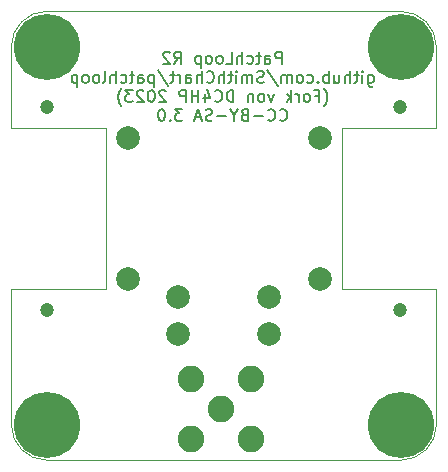
<source format=gbs>
G04 #@! TF.GenerationSoftware,KiCad,Pcbnew,6.0.11*
G04 #@! TF.CreationDate,2023-02-26T14:58:43+01:00*
G04 #@! TF.ProjectId,patchloop2,70617463-686c-46f6-9f70-322e6b696361,1*
G04 #@! TF.SameCoordinates,PX5f5e100PY5d81fd0*
G04 #@! TF.FileFunction,Soldermask,Bot*
G04 #@! TF.FilePolarity,Negative*
%FSLAX46Y46*%
G04 Gerber Fmt 4.6, Leading zero omitted, Abs format (unit mm)*
G04 Created by KiCad (PCBNEW 6.0.11) date 2023-02-26 14:58:43*
%MOMM*%
%LPD*%
G01*
G04 APERTURE LIST*
G04 #@! TA.AperFunction,Profile*
%ADD10C,0.100000*%
G04 #@! TD*
%ADD11C,0.150000*%
%ADD12C,2.000000*%
%ADD13C,1.200000*%
%ADD14C,2.250000*%
%ADD15C,5.600000*%
G04 APERTURE END LIST*
D10*
X0Y3050000D02*
G75*
G03*
X3000000Y50000I3000000J0D01*
G01*
X33000000Y50000D02*
G75*
G03*
X36000000Y3050000I0J3000000D01*
G01*
X36000000Y35050000D02*
G75*
G03*
X33000000Y38050000I-3000000J0D01*
G01*
X36000000Y28150000D02*
X28000000Y28150000D01*
X36000000Y14550000D02*
X36000000Y3050000D01*
X28000000Y28150000D02*
X28000000Y14550000D01*
X3000000Y38050000D02*
X33000000Y38050000D01*
X3000000Y38050000D02*
G75*
G03*
X0Y35050000I0J-3000000D01*
G01*
X0Y28150000D02*
X8000000Y28150000D01*
X0Y14550000D02*
X0Y3050000D01*
X36000000Y35050000D02*
X36000000Y28150000D01*
X8000000Y14550000D02*
X0Y14550000D01*
X8000000Y28150000D02*
X8000000Y14550000D01*
X28000000Y14550000D02*
X36000000Y14550000D01*
X3000000Y50000D02*
X33000000Y50000D01*
X0Y35050000D02*
X0Y28150000D01*
D11*
X22900000Y33612620D02*
X22900000Y34612620D01*
X22519047Y34612620D01*
X22423809Y34565000D01*
X22376190Y34517381D01*
X22328571Y34422143D01*
X22328571Y34279286D01*
X22376190Y34184048D01*
X22423809Y34136429D01*
X22519047Y34088810D01*
X22900000Y34088810D01*
X21471428Y33612620D02*
X21471428Y34136429D01*
X21519047Y34231667D01*
X21614285Y34279286D01*
X21804761Y34279286D01*
X21900000Y34231667D01*
X21471428Y33660239D02*
X21566666Y33612620D01*
X21804761Y33612620D01*
X21900000Y33660239D01*
X21947619Y33755477D01*
X21947619Y33850715D01*
X21900000Y33945953D01*
X21804761Y33993572D01*
X21566666Y33993572D01*
X21471428Y34041191D01*
X21138095Y34279286D02*
X20757142Y34279286D01*
X20995238Y34612620D02*
X20995238Y33755477D01*
X20947619Y33660239D01*
X20852380Y33612620D01*
X20757142Y33612620D01*
X19995238Y33660239D02*
X20090476Y33612620D01*
X20280952Y33612620D01*
X20376190Y33660239D01*
X20423809Y33707858D01*
X20471428Y33803096D01*
X20471428Y34088810D01*
X20423809Y34184048D01*
X20376190Y34231667D01*
X20280952Y34279286D01*
X20090476Y34279286D01*
X19995238Y34231667D01*
X19566666Y33612620D02*
X19566666Y34612620D01*
X19138095Y33612620D02*
X19138095Y34136429D01*
X19185714Y34231667D01*
X19280952Y34279286D01*
X19423809Y34279286D01*
X19519047Y34231667D01*
X19566666Y34184048D01*
X18185714Y33612620D02*
X18661904Y33612620D01*
X18661904Y34612620D01*
X17709523Y33612620D02*
X17804761Y33660239D01*
X17852380Y33707858D01*
X17900000Y33803096D01*
X17900000Y34088810D01*
X17852380Y34184048D01*
X17804761Y34231667D01*
X17709523Y34279286D01*
X17566666Y34279286D01*
X17471428Y34231667D01*
X17423809Y34184048D01*
X17376190Y34088810D01*
X17376190Y33803096D01*
X17423809Y33707858D01*
X17471428Y33660239D01*
X17566666Y33612620D01*
X17709523Y33612620D01*
X16804761Y33612620D02*
X16900000Y33660239D01*
X16947619Y33707858D01*
X16995238Y33803096D01*
X16995238Y34088810D01*
X16947619Y34184048D01*
X16900000Y34231667D01*
X16804761Y34279286D01*
X16661904Y34279286D01*
X16566666Y34231667D01*
X16519047Y34184048D01*
X16471428Y34088810D01*
X16471428Y33803096D01*
X16519047Y33707858D01*
X16566666Y33660239D01*
X16661904Y33612620D01*
X16804761Y33612620D01*
X16042857Y34279286D02*
X16042857Y33279286D01*
X16042857Y34231667D02*
X15947619Y34279286D01*
X15757142Y34279286D01*
X15661904Y34231667D01*
X15614285Y34184048D01*
X15566666Y34088810D01*
X15566666Y33803096D01*
X15614285Y33707858D01*
X15661904Y33660239D01*
X15757142Y33612620D01*
X15947619Y33612620D01*
X16042857Y33660239D01*
X13804761Y33612620D02*
X14138095Y34088810D01*
X14376190Y33612620D02*
X14376190Y34612620D01*
X13995238Y34612620D01*
X13900000Y34565000D01*
X13852380Y34517381D01*
X13804761Y34422143D01*
X13804761Y34279286D01*
X13852380Y34184048D01*
X13900000Y34136429D01*
X13995238Y34088810D01*
X14376190Y34088810D01*
X13423809Y34517381D02*
X13376190Y34565000D01*
X13280952Y34612620D01*
X13042857Y34612620D01*
X12947619Y34565000D01*
X12900000Y34517381D01*
X12852380Y34422143D01*
X12852380Y34326905D01*
X12900000Y34184048D01*
X13471428Y33612620D01*
X12852380Y33612620D01*
X30209523Y32669286D02*
X30209523Y31859762D01*
X30257142Y31764524D01*
X30304761Y31716905D01*
X30400000Y31669286D01*
X30542857Y31669286D01*
X30638095Y31716905D01*
X30209523Y32050239D02*
X30304761Y32002620D01*
X30495238Y32002620D01*
X30590476Y32050239D01*
X30638095Y32097858D01*
X30685714Y32193096D01*
X30685714Y32478810D01*
X30638095Y32574048D01*
X30590476Y32621667D01*
X30495238Y32669286D01*
X30304761Y32669286D01*
X30209523Y32621667D01*
X29733333Y32002620D02*
X29733333Y32669286D01*
X29733333Y33002620D02*
X29780952Y32955000D01*
X29733333Y32907381D01*
X29685714Y32955000D01*
X29733333Y33002620D01*
X29733333Y32907381D01*
X29400000Y32669286D02*
X29019047Y32669286D01*
X29257142Y33002620D02*
X29257142Y32145477D01*
X29209523Y32050239D01*
X29114285Y32002620D01*
X29019047Y32002620D01*
X28685714Y32002620D02*
X28685714Y33002620D01*
X28257142Y32002620D02*
X28257142Y32526429D01*
X28304761Y32621667D01*
X28400000Y32669286D01*
X28542857Y32669286D01*
X28638095Y32621667D01*
X28685714Y32574048D01*
X27352380Y32669286D02*
X27352380Y32002620D01*
X27780952Y32669286D02*
X27780952Y32145477D01*
X27733333Y32050239D01*
X27638095Y32002620D01*
X27495238Y32002620D01*
X27400000Y32050239D01*
X27352380Y32097858D01*
X26876190Y32002620D02*
X26876190Y33002620D01*
X26876190Y32621667D02*
X26780952Y32669286D01*
X26590476Y32669286D01*
X26495238Y32621667D01*
X26447619Y32574048D01*
X26400000Y32478810D01*
X26400000Y32193096D01*
X26447619Y32097858D01*
X26495238Y32050239D01*
X26590476Y32002620D01*
X26780952Y32002620D01*
X26876190Y32050239D01*
X25971428Y32097858D02*
X25923809Y32050239D01*
X25971428Y32002620D01*
X26019047Y32050239D01*
X25971428Y32097858D01*
X25971428Y32002620D01*
X25066666Y32050239D02*
X25161904Y32002620D01*
X25352380Y32002620D01*
X25447619Y32050239D01*
X25495238Y32097858D01*
X25542857Y32193096D01*
X25542857Y32478810D01*
X25495238Y32574048D01*
X25447619Y32621667D01*
X25352380Y32669286D01*
X25161904Y32669286D01*
X25066666Y32621667D01*
X24495238Y32002620D02*
X24590476Y32050239D01*
X24638095Y32097858D01*
X24685714Y32193096D01*
X24685714Y32478810D01*
X24638095Y32574048D01*
X24590476Y32621667D01*
X24495238Y32669286D01*
X24352380Y32669286D01*
X24257142Y32621667D01*
X24209523Y32574048D01*
X24161904Y32478810D01*
X24161904Y32193096D01*
X24209523Y32097858D01*
X24257142Y32050239D01*
X24352380Y32002620D01*
X24495238Y32002620D01*
X23733333Y32002620D02*
X23733333Y32669286D01*
X23733333Y32574048D02*
X23685714Y32621667D01*
X23590476Y32669286D01*
X23447619Y32669286D01*
X23352380Y32621667D01*
X23304761Y32526429D01*
X23304761Y32002620D01*
X23304761Y32526429D02*
X23257142Y32621667D01*
X23161904Y32669286D01*
X23019047Y32669286D01*
X22923809Y32621667D01*
X22876190Y32526429D01*
X22876190Y32002620D01*
X21685714Y33050239D02*
X22542857Y31764524D01*
X21400000Y32050239D02*
X21257142Y32002620D01*
X21019047Y32002620D01*
X20923809Y32050239D01*
X20876190Y32097858D01*
X20828571Y32193096D01*
X20828571Y32288334D01*
X20876190Y32383572D01*
X20923809Y32431191D01*
X21019047Y32478810D01*
X21209523Y32526429D01*
X21304761Y32574048D01*
X21352380Y32621667D01*
X21400000Y32716905D01*
X21400000Y32812143D01*
X21352380Y32907381D01*
X21304761Y32955000D01*
X21209523Y33002620D01*
X20971428Y33002620D01*
X20828571Y32955000D01*
X20400000Y32002620D02*
X20400000Y32669286D01*
X20400000Y32574048D02*
X20352380Y32621667D01*
X20257142Y32669286D01*
X20114285Y32669286D01*
X20019047Y32621667D01*
X19971428Y32526429D01*
X19971428Y32002620D01*
X19971428Y32526429D02*
X19923809Y32621667D01*
X19828571Y32669286D01*
X19685714Y32669286D01*
X19590476Y32621667D01*
X19542857Y32526429D01*
X19542857Y32002620D01*
X19066666Y32002620D02*
X19066666Y32669286D01*
X19066666Y33002620D02*
X19114285Y32955000D01*
X19066666Y32907381D01*
X19019047Y32955000D01*
X19066666Y33002620D01*
X19066666Y32907381D01*
X18733333Y32669286D02*
X18352380Y32669286D01*
X18590476Y33002620D02*
X18590476Y32145477D01*
X18542857Y32050239D01*
X18447619Y32002620D01*
X18352380Y32002620D01*
X18019047Y32002620D02*
X18019047Y33002620D01*
X17590476Y32002620D02*
X17590476Y32526429D01*
X17638095Y32621667D01*
X17733333Y32669286D01*
X17876190Y32669286D01*
X17971428Y32621667D01*
X18019047Y32574048D01*
X16542857Y32097858D02*
X16590476Y32050239D01*
X16733333Y32002620D01*
X16828571Y32002620D01*
X16971428Y32050239D01*
X17066666Y32145477D01*
X17114285Y32240715D01*
X17161904Y32431191D01*
X17161904Y32574048D01*
X17114285Y32764524D01*
X17066666Y32859762D01*
X16971428Y32955000D01*
X16828571Y33002620D01*
X16733333Y33002620D01*
X16590476Y32955000D01*
X16542857Y32907381D01*
X16114285Y32002620D02*
X16114285Y33002620D01*
X15685714Y32002620D02*
X15685714Y32526429D01*
X15733333Y32621667D01*
X15828571Y32669286D01*
X15971428Y32669286D01*
X16066666Y32621667D01*
X16114285Y32574048D01*
X14780952Y32002620D02*
X14780952Y32526429D01*
X14828571Y32621667D01*
X14923809Y32669286D01*
X15114285Y32669286D01*
X15209523Y32621667D01*
X14780952Y32050239D02*
X14876190Y32002620D01*
X15114285Y32002620D01*
X15209523Y32050239D01*
X15257142Y32145477D01*
X15257142Y32240715D01*
X15209523Y32335953D01*
X15114285Y32383572D01*
X14876190Y32383572D01*
X14780952Y32431191D01*
X14304761Y32002620D02*
X14304761Y32669286D01*
X14304761Y32478810D02*
X14257142Y32574048D01*
X14209523Y32621667D01*
X14114285Y32669286D01*
X14019047Y32669286D01*
X13828571Y32669286D02*
X13447619Y32669286D01*
X13685714Y33002620D02*
X13685714Y32145477D01*
X13638095Y32050239D01*
X13542857Y32002620D01*
X13447619Y32002620D01*
X12400000Y33050239D02*
X13257142Y31764524D01*
X12066666Y32669286D02*
X12066666Y31669286D01*
X12066666Y32621667D02*
X11971428Y32669286D01*
X11780952Y32669286D01*
X11685714Y32621667D01*
X11638095Y32574048D01*
X11590476Y32478810D01*
X11590476Y32193096D01*
X11638095Y32097858D01*
X11685714Y32050239D01*
X11780952Y32002620D01*
X11971428Y32002620D01*
X12066666Y32050239D01*
X10733333Y32002620D02*
X10733333Y32526429D01*
X10780952Y32621667D01*
X10876190Y32669286D01*
X11066666Y32669286D01*
X11161904Y32621667D01*
X10733333Y32050239D02*
X10828571Y32002620D01*
X11066666Y32002620D01*
X11161904Y32050239D01*
X11209523Y32145477D01*
X11209523Y32240715D01*
X11161904Y32335953D01*
X11066666Y32383572D01*
X10828571Y32383572D01*
X10733333Y32431191D01*
X10400000Y32669286D02*
X10019047Y32669286D01*
X10257142Y33002620D02*
X10257142Y32145477D01*
X10209523Y32050239D01*
X10114285Y32002620D01*
X10019047Y32002620D01*
X9257142Y32050239D02*
X9352380Y32002620D01*
X9542857Y32002620D01*
X9638095Y32050239D01*
X9685714Y32097858D01*
X9733333Y32193096D01*
X9733333Y32478810D01*
X9685714Y32574048D01*
X9638095Y32621667D01*
X9542857Y32669286D01*
X9352380Y32669286D01*
X9257142Y32621667D01*
X8828571Y32002620D02*
X8828571Y33002620D01*
X8400000Y32002620D02*
X8400000Y32526429D01*
X8447619Y32621667D01*
X8542857Y32669286D01*
X8685714Y32669286D01*
X8780952Y32621667D01*
X8828571Y32574048D01*
X7780952Y32002620D02*
X7876190Y32050239D01*
X7923809Y32145477D01*
X7923809Y33002620D01*
X7257142Y32002620D02*
X7352380Y32050239D01*
X7400000Y32097858D01*
X7447619Y32193096D01*
X7447619Y32478810D01*
X7400000Y32574048D01*
X7352380Y32621667D01*
X7257142Y32669286D01*
X7114285Y32669286D01*
X7019047Y32621667D01*
X6971428Y32574048D01*
X6923809Y32478810D01*
X6923809Y32193096D01*
X6971428Y32097858D01*
X7019047Y32050239D01*
X7114285Y32002620D01*
X7257142Y32002620D01*
X6352380Y32002620D02*
X6447619Y32050239D01*
X6495238Y32097858D01*
X6542857Y32193096D01*
X6542857Y32478810D01*
X6495238Y32574048D01*
X6447619Y32621667D01*
X6352380Y32669286D01*
X6209523Y32669286D01*
X6114285Y32621667D01*
X6066666Y32574048D01*
X6019047Y32478810D01*
X6019047Y32193096D01*
X6066666Y32097858D01*
X6114285Y32050239D01*
X6209523Y32002620D01*
X6352380Y32002620D01*
X5590476Y32669286D02*
X5590476Y31669286D01*
X5590476Y32621667D02*
X5495238Y32669286D01*
X5304761Y32669286D01*
X5209523Y32621667D01*
X5161904Y32574048D01*
X5114285Y32478810D01*
X5114285Y32193096D01*
X5161904Y32097858D01*
X5209523Y32050239D01*
X5304761Y32002620D01*
X5495238Y32002620D01*
X5590476Y32050239D01*
X26471428Y30011667D02*
X26519047Y30059286D01*
X26614285Y30202143D01*
X26661904Y30297381D01*
X26709523Y30440239D01*
X26757142Y30678334D01*
X26757142Y30868810D01*
X26709523Y31106905D01*
X26661904Y31249762D01*
X26614285Y31345000D01*
X26519047Y31487858D01*
X26471428Y31535477D01*
X25757142Y30916429D02*
X26090476Y30916429D01*
X26090476Y30392620D02*
X26090476Y31392620D01*
X25614285Y31392620D01*
X25090476Y30392620D02*
X25185714Y30440239D01*
X25233333Y30487858D01*
X25280952Y30583096D01*
X25280952Y30868810D01*
X25233333Y30964048D01*
X25185714Y31011667D01*
X25090476Y31059286D01*
X24947619Y31059286D01*
X24852380Y31011667D01*
X24804761Y30964048D01*
X24757142Y30868810D01*
X24757142Y30583096D01*
X24804761Y30487858D01*
X24852380Y30440239D01*
X24947619Y30392620D01*
X25090476Y30392620D01*
X24328571Y30392620D02*
X24328571Y31059286D01*
X24328571Y30868810D02*
X24280952Y30964048D01*
X24233333Y31011667D01*
X24138095Y31059286D01*
X24042857Y31059286D01*
X23709523Y30392620D02*
X23709523Y31392620D01*
X23614285Y30773572D02*
X23328571Y30392620D01*
X23328571Y31059286D02*
X23709523Y30678334D01*
X22233333Y31059286D02*
X21995238Y30392620D01*
X21757142Y31059286D01*
X21233333Y30392620D02*
X21328571Y30440239D01*
X21376190Y30487858D01*
X21423809Y30583096D01*
X21423809Y30868810D01*
X21376190Y30964048D01*
X21328571Y31011667D01*
X21233333Y31059286D01*
X21090476Y31059286D01*
X20995238Y31011667D01*
X20947619Y30964048D01*
X20900000Y30868810D01*
X20900000Y30583096D01*
X20947619Y30487858D01*
X20995238Y30440239D01*
X21090476Y30392620D01*
X21233333Y30392620D01*
X20471428Y31059286D02*
X20471428Y30392620D01*
X20471428Y30964048D02*
X20423809Y31011667D01*
X20328571Y31059286D01*
X20185714Y31059286D01*
X20090476Y31011667D01*
X20042857Y30916429D01*
X20042857Y30392620D01*
X18804761Y30392620D02*
X18804761Y31392620D01*
X18566666Y31392620D01*
X18423809Y31345000D01*
X18328571Y31249762D01*
X18280952Y31154524D01*
X18233333Y30964048D01*
X18233333Y30821191D01*
X18280952Y30630715D01*
X18328571Y30535477D01*
X18423809Y30440239D01*
X18566666Y30392620D01*
X18804761Y30392620D01*
X17233333Y30487858D02*
X17280952Y30440239D01*
X17423809Y30392620D01*
X17519047Y30392620D01*
X17661904Y30440239D01*
X17757142Y30535477D01*
X17804761Y30630715D01*
X17852380Y30821191D01*
X17852380Y30964048D01*
X17804761Y31154524D01*
X17757142Y31249762D01*
X17661904Y31345000D01*
X17519047Y31392620D01*
X17423809Y31392620D01*
X17280952Y31345000D01*
X17233333Y31297381D01*
X16376190Y31059286D02*
X16376190Y30392620D01*
X16614285Y31440239D02*
X16852380Y30725953D01*
X16233333Y30725953D01*
X15852380Y30392620D02*
X15852380Y31392620D01*
X15852380Y30916429D02*
X15280952Y30916429D01*
X15280952Y30392620D02*
X15280952Y31392620D01*
X14804761Y30392620D02*
X14804761Y31392620D01*
X14423809Y31392620D01*
X14328571Y31345000D01*
X14280952Y31297381D01*
X14233333Y31202143D01*
X14233333Y31059286D01*
X14280952Y30964048D01*
X14328571Y30916429D01*
X14423809Y30868810D01*
X14804761Y30868810D01*
X13090476Y31297381D02*
X13042857Y31345000D01*
X12947619Y31392620D01*
X12709523Y31392620D01*
X12614285Y31345000D01*
X12566666Y31297381D01*
X12519047Y31202143D01*
X12519047Y31106905D01*
X12566666Y30964048D01*
X13138095Y30392620D01*
X12519047Y30392620D01*
X11900000Y31392620D02*
X11804761Y31392620D01*
X11709523Y31345000D01*
X11661904Y31297381D01*
X11614285Y31202143D01*
X11566666Y31011667D01*
X11566666Y30773572D01*
X11614285Y30583096D01*
X11661904Y30487858D01*
X11709523Y30440239D01*
X11804761Y30392620D01*
X11900000Y30392620D01*
X11995238Y30440239D01*
X12042857Y30487858D01*
X12090476Y30583096D01*
X12138095Y30773572D01*
X12138095Y31011667D01*
X12090476Y31202143D01*
X12042857Y31297381D01*
X11995238Y31345000D01*
X11900000Y31392620D01*
X11185714Y31297381D02*
X11138095Y31345000D01*
X11042857Y31392620D01*
X10804761Y31392620D01*
X10709523Y31345000D01*
X10661904Y31297381D01*
X10614285Y31202143D01*
X10614285Y31106905D01*
X10661904Y30964048D01*
X11233333Y30392620D01*
X10614285Y30392620D01*
X10280952Y31392620D02*
X9661904Y31392620D01*
X9995238Y31011667D01*
X9852380Y31011667D01*
X9757142Y30964048D01*
X9709523Y30916429D01*
X9661904Y30821191D01*
X9661904Y30583096D01*
X9709523Y30487858D01*
X9757142Y30440239D01*
X9852380Y30392620D01*
X10138095Y30392620D01*
X10233333Y30440239D01*
X10280952Y30487858D01*
X9328571Y30011667D02*
X9280952Y30059286D01*
X9185714Y30202143D01*
X9138095Y30297381D01*
X9090476Y30440239D01*
X9042857Y30678334D01*
X9042857Y30868810D01*
X9090476Y31106905D01*
X9138095Y31249762D01*
X9185714Y31345000D01*
X9280952Y31487858D01*
X9328571Y31535477D01*
X22733333Y28877858D02*
X22780952Y28830239D01*
X22923809Y28782620D01*
X23019047Y28782620D01*
X23161904Y28830239D01*
X23257142Y28925477D01*
X23304761Y29020715D01*
X23352380Y29211191D01*
X23352380Y29354048D01*
X23304761Y29544524D01*
X23257142Y29639762D01*
X23161904Y29735000D01*
X23019047Y29782620D01*
X22923809Y29782620D01*
X22780952Y29735000D01*
X22733333Y29687381D01*
X21733333Y28877858D02*
X21780952Y28830239D01*
X21923809Y28782620D01*
X22019047Y28782620D01*
X22161904Y28830239D01*
X22257142Y28925477D01*
X22304761Y29020715D01*
X22352380Y29211191D01*
X22352380Y29354048D01*
X22304761Y29544524D01*
X22257142Y29639762D01*
X22161904Y29735000D01*
X22019047Y29782620D01*
X21923809Y29782620D01*
X21780952Y29735000D01*
X21733333Y29687381D01*
X21304761Y29163572D02*
X20542857Y29163572D01*
X19733333Y29306429D02*
X19590476Y29258810D01*
X19542857Y29211191D01*
X19495238Y29115953D01*
X19495238Y28973096D01*
X19542857Y28877858D01*
X19590476Y28830239D01*
X19685714Y28782620D01*
X20066666Y28782620D01*
X20066666Y29782620D01*
X19733333Y29782620D01*
X19638095Y29735000D01*
X19590476Y29687381D01*
X19542857Y29592143D01*
X19542857Y29496905D01*
X19590476Y29401667D01*
X19638095Y29354048D01*
X19733333Y29306429D01*
X20066666Y29306429D01*
X18876190Y29258810D02*
X18876190Y28782620D01*
X19209523Y29782620D02*
X18876190Y29258810D01*
X18542857Y29782620D01*
X18209523Y29163572D02*
X17447619Y29163572D01*
X17019047Y28830239D02*
X16876190Y28782620D01*
X16638095Y28782620D01*
X16542857Y28830239D01*
X16495238Y28877858D01*
X16447619Y28973096D01*
X16447619Y29068334D01*
X16495238Y29163572D01*
X16542857Y29211191D01*
X16638095Y29258810D01*
X16828571Y29306429D01*
X16923809Y29354048D01*
X16971428Y29401667D01*
X17019047Y29496905D01*
X17019047Y29592143D01*
X16971428Y29687381D01*
X16923809Y29735000D01*
X16828571Y29782620D01*
X16590476Y29782620D01*
X16447619Y29735000D01*
X16066666Y29068334D02*
X15590476Y29068334D01*
X16161904Y28782620D02*
X15828571Y29782620D01*
X15495238Y28782620D01*
X14495238Y29782620D02*
X13876190Y29782620D01*
X14209523Y29401667D01*
X14066666Y29401667D01*
X13971428Y29354048D01*
X13923809Y29306429D01*
X13876190Y29211191D01*
X13876190Y28973096D01*
X13923809Y28877858D01*
X13971428Y28830239D01*
X14066666Y28782620D01*
X14352380Y28782620D01*
X14447619Y28830239D01*
X14495238Y28877858D01*
X13447619Y28877858D02*
X13400000Y28830239D01*
X13447619Y28782620D01*
X13495238Y28830239D01*
X13447619Y28877858D01*
X13447619Y28782620D01*
X12780952Y29782620D02*
X12685714Y29782620D01*
X12590476Y29735000D01*
X12542857Y29687381D01*
X12495238Y29592143D01*
X12447619Y29401667D01*
X12447619Y29163572D01*
X12495238Y28973096D01*
X12542857Y28877858D01*
X12590476Y28830239D01*
X12685714Y28782620D01*
X12780952Y28782620D01*
X12876190Y28830239D01*
X12923809Y28877858D01*
X12971428Y28973096D01*
X13019047Y29163572D01*
X13019047Y29401667D01*
X12971428Y29592143D01*
X12923809Y29687381D01*
X12876190Y29735000D01*
X12780952Y29782620D01*
D10*
X0Y3050000D02*
G75*
G03*
X3000000Y50000I3000000J0D01*
G01*
X33000000Y50000D02*
G75*
G03*
X36000000Y3050000I0J3000000D01*
G01*
X36000000Y35050000D02*
G75*
G03*
X33000000Y38050000I-3000000J0D01*
G01*
X36000000Y28150000D02*
X28000000Y28150000D01*
X36000000Y14550000D02*
X36000000Y3050000D01*
X28000000Y28150000D02*
X28000000Y14550000D01*
X3000000Y38050000D02*
X33000000Y38050000D01*
X3000000Y38050000D02*
G75*
G03*
X0Y35050000I0J-3000000D01*
G01*
X0Y28150000D02*
X8000000Y28150000D01*
X0Y14550000D02*
X0Y3050000D01*
X36000000Y35050000D02*
X36000000Y28150000D01*
X8000000Y14550000D02*
X0Y14550000D01*
X8000000Y28150000D02*
X8000000Y14550000D01*
X28000000Y14550000D02*
X36000000Y14550000D01*
X3000000Y50000D02*
X33000000Y50000D01*
X0Y35050000D02*
X0Y28150000D01*
D11*
X22900000Y33612620D02*
X22900000Y34612620D01*
X22519047Y34612620D01*
X22423809Y34565000D01*
X22376190Y34517381D01*
X22328571Y34422143D01*
X22328571Y34279286D01*
X22376190Y34184048D01*
X22423809Y34136429D01*
X22519047Y34088810D01*
X22900000Y34088810D01*
X21471428Y33612620D02*
X21471428Y34136429D01*
X21519047Y34231667D01*
X21614285Y34279286D01*
X21804761Y34279286D01*
X21900000Y34231667D01*
X21471428Y33660239D02*
X21566666Y33612620D01*
X21804761Y33612620D01*
X21900000Y33660239D01*
X21947619Y33755477D01*
X21947619Y33850715D01*
X21900000Y33945953D01*
X21804761Y33993572D01*
X21566666Y33993572D01*
X21471428Y34041191D01*
X21138095Y34279286D02*
X20757142Y34279286D01*
X20995238Y34612620D02*
X20995238Y33755477D01*
X20947619Y33660239D01*
X20852380Y33612620D01*
X20757142Y33612620D01*
X19995238Y33660239D02*
X20090476Y33612620D01*
X20280952Y33612620D01*
X20376190Y33660239D01*
X20423809Y33707858D01*
X20471428Y33803096D01*
X20471428Y34088810D01*
X20423809Y34184048D01*
X20376190Y34231667D01*
X20280952Y34279286D01*
X20090476Y34279286D01*
X19995238Y34231667D01*
X19566666Y33612620D02*
X19566666Y34612620D01*
X19138095Y33612620D02*
X19138095Y34136429D01*
X19185714Y34231667D01*
X19280952Y34279286D01*
X19423809Y34279286D01*
X19519047Y34231667D01*
X19566666Y34184048D01*
X18185714Y33612620D02*
X18661904Y33612620D01*
X18661904Y34612620D01*
X17709523Y33612620D02*
X17804761Y33660239D01*
X17852380Y33707858D01*
X17900000Y33803096D01*
X17900000Y34088810D01*
X17852380Y34184048D01*
X17804761Y34231667D01*
X17709523Y34279286D01*
X17566666Y34279286D01*
X17471428Y34231667D01*
X17423809Y34184048D01*
X17376190Y34088810D01*
X17376190Y33803096D01*
X17423809Y33707858D01*
X17471428Y33660239D01*
X17566666Y33612620D01*
X17709523Y33612620D01*
X16804761Y33612620D02*
X16900000Y33660239D01*
X16947619Y33707858D01*
X16995238Y33803096D01*
X16995238Y34088810D01*
X16947619Y34184048D01*
X16900000Y34231667D01*
X16804761Y34279286D01*
X16661904Y34279286D01*
X16566666Y34231667D01*
X16519047Y34184048D01*
X16471428Y34088810D01*
X16471428Y33803096D01*
X16519047Y33707858D01*
X16566666Y33660239D01*
X16661904Y33612620D01*
X16804761Y33612620D01*
X16042857Y34279286D02*
X16042857Y33279286D01*
X16042857Y34231667D02*
X15947619Y34279286D01*
X15757142Y34279286D01*
X15661904Y34231667D01*
X15614285Y34184048D01*
X15566666Y34088810D01*
X15566666Y33803096D01*
X15614285Y33707858D01*
X15661904Y33660239D01*
X15757142Y33612620D01*
X15947619Y33612620D01*
X16042857Y33660239D01*
X13804761Y33612620D02*
X14138095Y34088810D01*
X14376190Y33612620D02*
X14376190Y34612620D01*
X13995238Y34612620D01*
X13900000Y34565000D01*
X13852380Y34517381D01*
X13804761Y34422143D01*
X13804761Y34279286D01*
X13852380Y34184048D01*
X13900000Y34136429D01*
X13995238Y34088810D01*
X14376190Y34088810D01*
X13423809Y34517381D02*
X13376190Y34565000D01*
X13280952Y34612620D01*
X13042857Y34612620D01*
X12947619Y34565000D01*
X12900000Y34517381D01*
X12852380Y34422143D01*
X12852380Y34326905D01*
X12900000Y34184048D01*
X13471428Y33612620D01*
X12852380Y33612620D01*
X30209523Y32669286D02*
X30209523Y31859762D01*
X30257142Y31764524D01*
X30304761Y31716905D01*
X30400000Y31669286D01*
X30542857Y31669286D01*
X30638095Y31716905D01*
X30209523Y32050239D02*
X30304761Y32002620D01*
X30495238Y32002620D01*
X30590476Y32050239D01*
X30638095Y32097858D01*
X30685714Y32193096D01*
X30685714Y32478810D01*
X30638095Y32574048D01*
X30590476Y32621667D01*
X30495238Y32669286D01*
X30304761Y32669286D01*
X30209523Y32621667D01*
X29733333Y32002620D02*
X29733333Y32669286D01*
X29733333Y33002620D02*
X29780952Y32955000D01*
X29733333Y32907381D01*
X29685714Y32955000D01*
X29733333Y33002620D01*
X29733333Y32907381D01*
X29400000Y32669286D02*
X29019047Y32669286D01*
X29257142Y33002620D02*
X29257142Y32145477D01*
X29209523Y32050239D01*
X29114285Y32002620D01*
X29019047Y32002620D01*
X28685714Y32002620D02*
X28685714Y33002620D01*
X28257142Y32002620D02*
X28257142Y32526429D01*
X28304761Y32621667D01*
X28400000Y32669286D01*
X28542857Y32669286D01*
X28638095Y32621667D01*
X28685714Y32574048D01*
X27352380Y32669286D02*
X27352380Y32002620D01*
X27780952Y32669286D02*
X27780952Y32145477D01*
X27733333Y32050239D01*
X27638095Y32002620D01*
X27495238Y32002620D01*
X27400000Y32050239D01*
X27352380Y32097858D01*
X26876190Y32002620D02*
X26876190Y33002620D01*
X26876190Y32621667D02*
X26780952Y32669286D01*
X26590476Y32669286D01*
X26495238Y32621667D01*
X26447619Y32574048D01*
X26400000Y32478810D01*
X26400000Y32193096D01*
X26447619Y32097858D01*
X26495238Y32050239D01*
X26590476Y32002620D01*
X26780952Y32002620D01*
X26876190Y32050239D01*
X25971428Y32097858D02*
X25923809Y32050239D01*
X25971428Y32002620D01*
X26019047Y32050239D01*
X25971428Y32097858D01*
X25971428Y32002620D01*
X25066666Y32050239D02*
X25161904Y32002620D01*
X25352380Y32002620D01*
X25447619Y32050239D01*
X25495238Y32097858D01*
X25542857Y32193096D01*
X25542857Y32478810D01*
X25495238Y32574048D01*
X25447619Y32621667D01*
X25352380Y32669286D01*
X25161904Y32669286D01*
X25066666Y32621667D01*
X24495238Y32002620D02*
X24590476Y32050239D01*
X24638095Y32097858D01*
X24685714Y32193096D01*
X24685714Y32478810D01*
X24638095Y32574048D01*
X24590476Y32621667D01*
X24495238Y32669286D01*
X24352380Y32669286D01*
X24257142Y32621667D01*
X24209523Y32574048D01*
X24161904Y32478810D01*
X24161904Y32193096D01*
X24209523Y32097858D01*
X24257142Y32050239D01*
X24352380Y32002620D01*
X24495238Y32002620D01*
X23733333Y32002620D02*
X23733333Y32669286D01*
X23733333Y32574048D02*
X23685714Y32621667D01*
X23590476Y32669286D01*
X23447619Y32669286D01*
X23352380Y32621667D01*
X23304761Y32526429D01*
X23304761Y32002620D01*
X23304761Y32526429D02*
X23257142Y32621667D01*
X23161904Y32669286D01*
X23019047Y32669286D01*
X22923809Y32621667D01*
X22876190Y32526429D01*
X22876190Y32002620D01*
X21685714Y33050239D02*
X22542857Y31764524D01*
X21400000Y32050239D02*
X21257142Y32002620D01*
X21019047Y32002620D01*
X20923809Y32050239D01*
X20876190Y32097858D01*
X20828571Y32193096D01*
X20828571Y32288334D01*
X20876190Y32383572D01*
X20923809Y32431191D01*
X21019047Y32478810D01*
X21209523Y32526429D01*
X21304761Y32574048D01*
X21352380Y32621667D01*
X21400000Y32716905D01*
X21400000Y32812143D01*
X21352380Y32907381D01*
X21304761Y32955000D01*
X21209523Y33002620D01*
X20971428Y33002620D01*
X20828571Y32955000D01*
X20400000Y32002620D02*
X20400000Y32669286D01*
X20400000Y32574048D02*
X20352380Y32621667D01*
X20257142Y32669286D01*
X20114285Y32669286D01*
X20019047Y32621667D01*
X19971428Y32526429D01*
X19971428Y32002620D01*
X19971428Y32526429D02*
X19923809Y32621667D01*
X19828571Y32669286D01*
X19685714Y32669286D01*
X19590476Y32621667D01*
X19542857Y32526429D01*
X19542857Y32002620D01*
X19066666Y32002620D02*
X19066666Y32669286D01*
X19066666Y33002620D02*
X19114285Y32955000D01*
X19066666Y32907381D01*
X19019047Y32955000D01*
X19066666Y33002620D01*
X19066666Y32907381D01*
X18733333Y32669286D02*
X18352380Y32669286D01*
X18590476Y33002620D02*
X18590476Y32145477D01*
X18542857Y32050239D01*
X18447619Y32002620D01*
X18352380Y32002620D01*
X18019047Y32002620D02*
X18019047Y33002620D01*
X17590476Y32002620D02*
X17590476Y32526429D01*
X17638095Y32621667D01*
X17733333Y32669286D01*
X17876190Y32669286D01*
X17971428Y32621667D01*
X18019047Y32574048D01*
X16542857Y32097858D02*
X16590476Y32050239D01*
X16733333Y32002620D01*
X16828571Y32002620D01*
X16971428Y32050239D01*
X17066666Y32145477D01*
X17114285Y32240715D01*
X17161904Y32431191D01*
X17161904Y32574048D01*
X17114285Y32764524D01*
X17066666Y32859762D01*
X16971428Y32955000D01*
X16828571Y33002620D01*
X16733333Y33002620D01*
X16590476Y32955000D01*
X16542857Y32907381D01*
X16114285Y32002620D02*
X16114285Y33002620D01*
X15685714Y32002620D02*
X15685714Y32526429D01*
X15733333Y32621667D01*
X15828571Y32669286D01*
X15971428Y32669286D01*
X16066666Y32621667D01*
X16114285Y32574048D01*
X14780952Y32002620D02*
X14780952Y32526429D01*
X14828571Y32621667D01*
X14923809Y32669286D01*
X15114285Y32669286D01*
X15209523Y32621667D01*
X14780952Y32050239D02*
X14876190Y32002620D01*
X15114285Y32002620D01*
X15209523Y32050239D01*
X15257142Y32145477D01*
X15257142Y32240715D01*
X15209523Y32335953D01*
X15114285Y32383572D01*
X14876190Y32383572D01*
X14780952Y32431191D01*
X14304761Y32002620D02*
X14304761Y32669286D01*
X14304761Y32478810D02*
X14257142Y32574048D01*
X14209523Y32621667D01*
X14114285Y32669286D01*
X14019047Y32669286D01*
X13828571Y32669286D02*
X13447619Y32669286D01*
X13685714Y33002620D02*
X13685714Y32145477D01*
X13638095Y32050239D01*
X13542857Y32002620D01*
X13447619Y32002620D01*
X12400000Y33050239D02*
X13257142Y31764524D01*
X12066666Y32669286D02*
X12066666Y31669286D01*
X12066666Y32621667D02*
X11971428Y32669286D01*
X11780952Y32669286D01*
X11685714Y32621667D01*
X11638095Y32574048D01*
X11590476Y32478810D01*
X11590476Y32193096D01*
X11638095Y32097858D01*
X11685714Y32050239D01*
X11780952Y32002620D01*
X11971428Y32002620D01*
X12066666Y32050239D01*
X10733333Y32002620D02*
X10733333Y32526429D01*
X10780952Y32621667D01*
X10876190Y32669286D01*
X11066666Y32669286D01*
X11161904Y32621667D01*
X10733333Y32050239D02*
X10828571Y32002620D01*
X11066666Y32002620D01*
X11161904Y32050239D01*
X11209523Y32145477D01*
X11209523Y32240715D01*
X11161904Y32335953D01*
X11066666Y32383572D01*
X10828571Y32383572D01*
X10733333Y32431191D01*
X10400000Y32669286D02*
X10019047Y32669286D01*
X10257142Y33002620D02*
X10257142Y32145477D01*
X10209523Y32050239D01*
X10114285Y32002620D01*
X10019047Y32002620D01*
X9257142Y32050239D02*
X9352380Y32002620D01*
X9542857Y32002620D01*
X9638095Y32050239D01*
X9685714Y32097858D01*
X9733333Y32193096D01*
X9733333Y32478810D01*
X9685714Y32574048D01*
X9638095Y32621667D01*
X9542857Y32669286D01*
X9352380Y32669286D01*
X9257142Y32621667D01*
X8828571Y32002620D02*
X8828571Y33002620D01*
X8400000Y32002620D02*
X8400000Y32526429D01*
X8447619Y32621667D01*
X8542857Y32669286D01*
X8685714Y32669286D01*
X8780952Y32621667D01*
X8828571Y32574048D01*
X7780952Y32002620D02*
X7876190Y32050239D01*
X7923809Y32145477D01*
X7923809Y33002620D01*
X7257142Y32002620D02*
X7352380Y32050239D01*
X7400000Y32097858D01*
X7447619Y32193096D01*
X7447619Y32478810D01*
X7400000Y32574048D01*
X7352380Y32621667D01*
X7257142Y32669286D01*
X7114285Y32669286D01*
X7019047Y32621667D01*
X6971428Y32574048D01*
X6923809Y32478810D01*
X6923809Y32193096D01*
X6971428Y32097858D01*
X7019047Y32050239D01*
X7114285Y32002620D01*
X7257142Y32002620D01*
X6352380Y32002620D02*
X6447619Y32050239D01*
X6495238Y32097858D01*
X6542857Y32193096D01*
X6542857Y32478810D01*
X6495238Y32574048D01*
X6447619Y32621667D01*
X6352380Y32669286D01*
X6209523Y32669286D01*
X6114285Y32621667D01*
X6066666Y32574048D01*
X6019047Y32478810D01*
X6019047Y32193096D01*
X6066666Y32097858D01*
X6114285Y32050239D01*
X6209523Y32002620D01*
X6352380Y32002620D01*
X5590476Y32669286D02*
X5590476Y31669286D01*
X5590476Y32621667D02*
X5495238Y32669286D01*
X5304761Y32669286D01*
X5209523Y32621667D01*
X5161904Y32574048D01*
X5114285Y32478810D01*
X5114285Y32193096D01*
X5161904Y32097858D01*
X5209523Y32050239D01*
X5304761Y32002620D01*
X5495238Y32002620D01*
X5590476Y32050239D01*
X26471428Y30011667D02*
X26519047Y30059286D01*
X26614285Y30202143D01*
X26661904Y30297381D01*
X26709523Y30440239D01*
X26757142Y30678334D01*
X26757142Y30868810D01*
X26709523Y31106905D01*
X26661904Y31249762D01*
X26614285Y31345000D01*
X26519047Y31487858D01*
X26471428Y31535477D01*
X25757142Y30916429D02*
X26090476Y30916429D01*
X26090476Y30392620D02*
X26090476Y31392620D01*
X25614285Y31392620D01*
X25090476Y30392620D02*
X25185714Y30440239D01*
X25233333Y30487858D01*
X25280952Y30583096D01*
X25280952Y30868810D01*
X25233333Y30964048D01*
X25185714Y31011667D01*
X25090476Y31059286D01*
X24947619Y31059286D01*
X24852380Y31011667D01*
X24804761Y30964048D01*
X24757142Y30868810D01*
X24757142Y30583096D01*
X24804761Y30487858D01*
X24852380Y30440239D01*
X24947619Y30392620D01*
X25090476Y30392620D01*
X24328571Y30392620D02*
X24328571Y31059286D01*
X24328571Y30868810D02*
X24280952Y30964048D01*
X24233333Y31011667D01*
X24138095Y31059286D01*
X24042857Y31059286D01*
X23709523Y30392620D02*
X23709523Y31392620D01*
X23614285Y30773572D02*
X23328571Y30392620D01*
X23328571Y31059286D02*
X23709523Y30678334D01*
X22233333Y31059286D02*
X21995238Y30392620D01*
X21757142Y31059286D01*
X21233333Y30392620D02*
X21328571Y30440239D01*
X21376190Y30487858D01*
X21423809Y30583096D01*
X21423809Y30868810D01*
X21376190Y30964048D01*
X21328571Y31011667D01*
X21233333Y31059286D01*
X21090476Y31059286D01*
X20995238Y31011667D01*
X20947619Y30964048D01*
X20900000Y30868810D01*
X20900000Y30583096D01*
X20947619Y30487858D01*
X20995238Y30440239D01*
X21090476Y30392620D01*
X21233333Y30392620D01*
X20471428Y31059286D02*
X20471428Y30392620D01*
X20471428Y30964048D02*
X20423809Y31011667D01*
X20328571Y31059286D01*
X20185714Y31059286D01*
X20090476Y31011667D01*
X20042857Y30916429D01*
X20042857Y30392620D01*
X18804761Y30392620D02*
X18804761Y31392620D01*
X18566666Y31392620D01*
X18423809Y31345000D01*
X18328571Y31249762D01*
X18280952Y31154524D01*
X18233333Y30964048D01*
X18233333Y30821191D01*
X18280952Y30630715D01*
X18328571Y30535477D01*
X18423809Y30440239D01*
X18566666Y30392620D01*
X18804761Y30392620D01*
X17233333Y30487858D02*
X17280952Y30440239D01*
X17423809Y30392620D01*
X17519047Y30392620D01*
X17661904Y30440239D01*
X17757142Y30535477D01*
X17804761Y30630715D01*
X17852380Y30821191D01*
X17852380Y30964048D01*
X17804761Y31154524D01*
X17757142Y31249762D01*
X17661904Y31345000D01*
X17519047Y31392620D01*
X17423809Y31392620D01*
X17280952Y31345000D01*
X17233333Y31297381D01*
X16376190Y31059286D02*
X16376190Y30392620D01*
X16614285Y31440239D02*
X16852380Y30725953D01*
X16233333Y30725953D01*
X15852380Y30392620D02*
X15852380Y31392620D01*
X15852380Y30916429D02*
X15280952Y30916429D01*
X15280952Y30392620D02*
X15280952Y31392620D01*
X14804761Y30392620D02*
X14804761Y31392620D01*
X14423809Y31392620D01*
X14328571Y31345000D01*
X14280952Y31297381D01*
X14233333Y31202143D01*
X14233333Y31059286D01*
X14280952Y30964048D01*
X14328571Y30916429D01*
X14423809Y30868810D01*
X14804761Y30868810D01*
X13090476Y31297381D02*
X13042857Y31345000D01*
X12947619Y31392620D01*
X12709523Y31392620D01*
X12614285Y31345000D01*
X12566666Y31297381D01*
X12519047Y31202143D01*
X12519047Y31106905D01*
X12566666Y30964048D01*
X13138095Y30392620D01*
X12519047Y30392620D01*
X11900000Y31392620D02*
X11804761Y31392620D01*
X11709523Y31345000D01*
X11661904Y31297381D01*
X11614285Y31202143D01*
X11566666Y31011667D01*
X11566666Y30773572D01*
X11614285Y30583096D01*
X11661904Y30487858D01*
X11709523Y30440239D01*
X11804761Y30392620D01*
X11900000Y30392620D01*
X11995238Y30440239D01*
X12042857Y30487858D01*
X12090476Y30583096D01*
X12138095Y30773572D01*
X12138095Y31011667D01*
X12090476Y31202143D01*
X12042857Y31297381D01*
X11995238Y31345000D01*
X11900000Y31392620D01*
X11185714Y31297381D02*
X11138095Y31345000D01*
X11042857Y31392620D01*
X10804761Y31392620D01*
X10709523Y31345000D01*
X10661904Y31297381D01*
X10614285Y31202143D01*
X10614285Y31106905D01*
X10661904Y30964048D01*
X11233333Y30392620D01*
X10614285Y30392620D01*
X10280952Y31392620D02*
X9661904Y31392620D01*
X9995238Y31011667D01*
X9852380Y31011667D01*
X9757142Y30964048D01*
X9709523Y30916429D01*
X9661904Y30821191D01*
X9661904Y30583096D01*
X9709523Y30487858D01*
X9757142Y30440239D01*
X9852380Y30392620D01*
X10138095Y30392620D01*
X10233333Y30440239D01*
X10280952Y30487858D01*
X9328571Y30011667D02*
X9280952Y30059286D01*
X9185714Y30202143D01*
X9138095Y30297381D01*
X9090476Y30440239D01*
X9042857Y30678334D01*
X9042857Y30868810D01*
X9090476Y31106905D01*
X9138095Y31249762D01*
X9185714Y31345000D01*
X9280952Y31487858D01*
X9328571Y31535477D01*
X22733333Y28877858D02*
X22780952Y28830239D01*
X22923809Y28782620D01*
X23019047Y28782620D01*
X23161904Y28830239D01*
X23257142Y28925477D01*
X23304761Y29020715D01*
X23352380Y29211191D01*
X23352380Y29354048D01*
X23304761Y29544524D01*
X23257142Y29639762D01*
X23161904Y29735000D01*
X23019047Y29782620D01*
X22923809Y29782620D01*
X22780952Y29735000D01*
X22733333Y29687381D01*
X21733333Y28877858D02*
X21780952Y28830239D01*
X21923809Y28782620D01*
X22019047Y28782620D01*
X22161904Y28830239D01*
X22257142Y28925477D01*
X22304761Y29020715D01*
X22352380Y29211191D01*
X22352380Y29354048D01*
X22304761Y29544524D01*
X22257142Y29639762D01*
X22161904Y29735000D01*
X22019047Y29782620D01*
X21923809Y29782620D01*
X21780952Y29735000D01*
X21733333Y29687381D01*
X21304761Y29163572D02*
X20542857Y29163572D01*
X19733333Y29306429D02*
X19590476Y29258810D01*
X19542857Y29211191D01*
X19495238Y29115953D01*
X19495238Y28973096D01*
X19542857Y28877858D01*
X19590476Y28830239D01*
X19685714Y28782620D01*
X20066666Y28782620D01*
X20066666Y29782620D01*
X19733333Y29782620D01*
X19638095Y29735000D01*
X19590476Y29687381D01*
X19542857Y29592143D01*
X19542857Y29496905D01*
X19590476Y29401667D01*
X19638095Y29354048D01*
X19733333Y29306429D01*
X20066666Y29306429D01*
X18876190Y29258810D02*
X18876190Y28782620D01*
X19209523Y29782620D02*
X18876190Y29258810D01*
X18542857Y29782620D01*
X18209523Y29163572D02*
X17447619Y29163572D01*
X17019047Y28830239D02*
X16876190Y28782620D01*
X16638095Y28782620D01*
X16542857Y28830239D01*
X16495238Y28877858D01*
X16447619Y28973096D01*
X16447619Y29068334D01*
X16495238Y29163572D01*
X16542857Y29211191D01*
X16638095Y29258810D01*
X16828571Y29306429D01*
X16923809Y29354048D01*
X16971428Y29401667D01*
X17019047Y29496905D01*
X17019047Y29592143D01*
X16971428Y29687381D01*
X16923809Y29735000D01*
X16828571Y29782620D01*
X16590476Y29782620D01*
X16447619Y29735000D01*
X16066666Y29068334D02*
X15590476Y29068334D01*
X16161904Y28782620D02*
X15828571Y29782620D01*
X15495238Y28782620D01*
X14495238Y29782620D02*
X13876190Y29782620D01*
X14209523Y29401667D01*
X14066666Y29401667D01*
X13971428Y29354048D01*
X13923809Y29306429D01*
X13876190Y29211191D01*
X13876190Y28973096D01*
X13923809Y28877858D01*
X13971428Y28830239D01*
X14066666Y28782620D01*
X14352380Y28782620D01*
X14447619Y28830239D01*
X14495238Y28877858D01*
X13447619Y28877858D02*
X13400000Y28830239D01*
X13447619Y28782620D01*
X13495238Y28830239D01*
X13447619Y28877858D01*
X13447619Y28782620D01*
X12780952Y29782620D02*
X12685714Y29782620D01*
X12590476Y29735000D01*
X12542857Y29687381D01*
X12495238Y29592143D01*
X12447619Y29401667D01*
X12447619Y29163572D01*
X12495238Y28973096D01*
X12542857Y28877858D01*
X12590476Y28830239D01*
X12685714Y28782620D01*
X12780952Y28782620D01*
X12876190Y28830239D01*
X12923809Y28877858D01*
X12971428Y28973096D01*
X13019047Y29163572D01*
X13019047Y29401667D01*
X12971428Y29592143D01*
X12923809Y29687381D01*
X12876190Y29735000D01*
X12780952Y29782620D01*
D12*
X26150000Y15380000D03*
X26150000Y27320000D03*
D13*
X32950000Y29970000D03*
X32950000Y12730000D03*
D12*
X9850000Y27320000D03*
X9850000Y15380000D03*
D13*
X3050000Y12730000D03*
X3050000Y29970000D03*
D12*
X14100000Y13850000D03*
D14*
X17800000Y4350000D03*
X15260000Y1810000D03*
X20340000Y6890000D03*
X15260000Y6890000D03*
X20340000Y1810000D03*
D12*
X21800000Y13850000D03*
D15*
X3000000Y35050000D03*
X33000000Y35050000D03*
D12*
X21800000Y10750000D03*
D15*
X3000000Y3050000D03*
D12*
X14100000Y10750000D03*
D15*
X33000000Y3050000D03*
M02*

</source>
